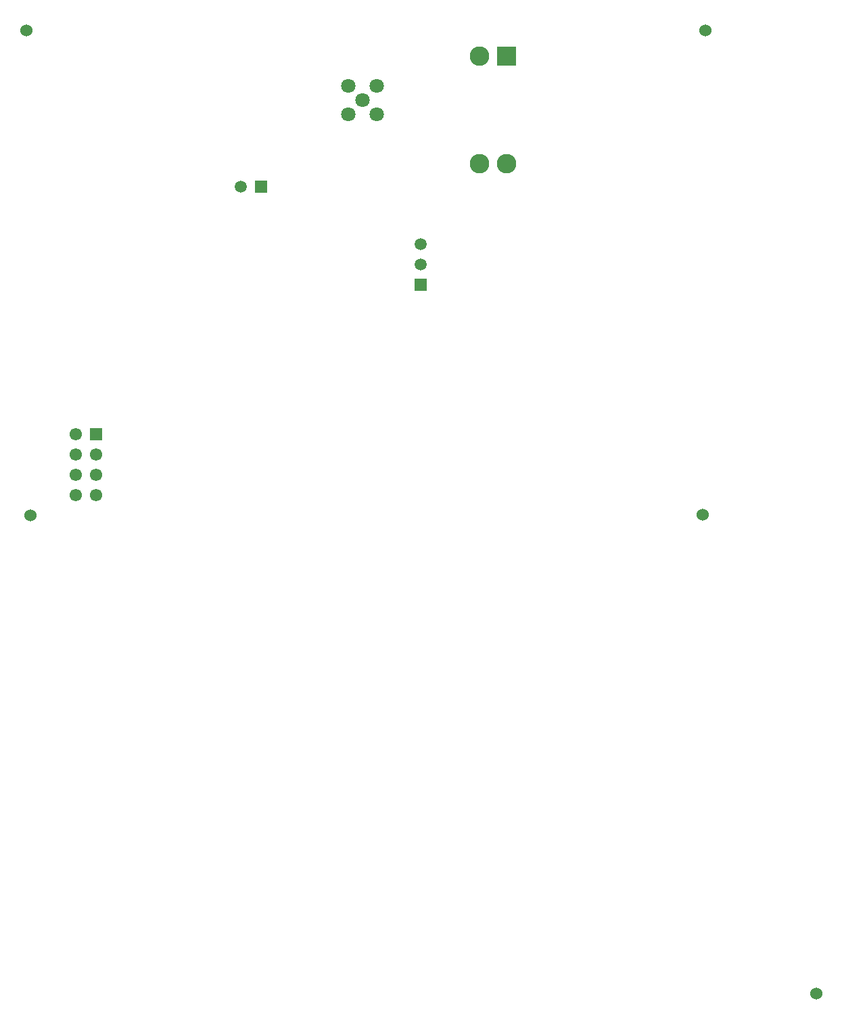
<source format=gbr>
%TF.GenerationSoftware,Altium Limited,Altium Designer,19.1.8 (144)*%
G04 Layer_Color=255*
%FSLAX25Y25*%
%MOIN*%
%TF.FileFunction,Pads,Bot*%
%TF.Part,Single*%
G01*
G75*
%TA.AperFunction,ComponentPad*%
%ADD35C,0.09646*%
%ADD36R,0.09646X0.09646*%
%TA.AperFunction,ViaPad*%
%ADD37C,0.06000*%
%TA.AperFunction,ComponentPad*%
%ADD38R,0.05906X0.05906*%
%ADD39C,0.05906*%
%ADD40C,0.06102*%
%ADD41R,0.06102X0.06102*%
%ADD42R,0.05906X0.05906*%
%ADD43C,0.07087*%
D35*
X231201Y182047D02*
D03*
Y235079D02*
D03*
X244587Y182047D02*
D03*
D36*
Y235079D02*
D03*
D37*
X342520Y248031D02*
D03*
X397244Y-226772D02*
D03*
X7874Y248031D02*
D03*
X9843Y8957D02*
D03*
X341240Y9350D02*
D03*
D38*
X202165Y122618D02*
D03*
D39*
Y132618D02*
D03*
Y142618D02*
D03*
X113582Y170768D02*
D03*
D40*
X42421Y38996D02*
D03*
Y28996D02*
D03*
Y18996D02*
D03*
X32421Y48996D02*
D03*
Y38996D02*
D03*
Y28996D02*
D03*
Y18996D02*
D03*
D41*
X42421Y48996D02*
D03*
D42*
X123582Y170768D02*
D03*
D43*
X173749Y213554D02*
D03*
X166789Y220514D02*
D03*
X180708D02*
D03*
X166789Y206594D02*
D03*
X180708D02*
D03*
%TF.MD5,0eedc82b6ba7de31e31685549b07516e*%
M02*

</source>
